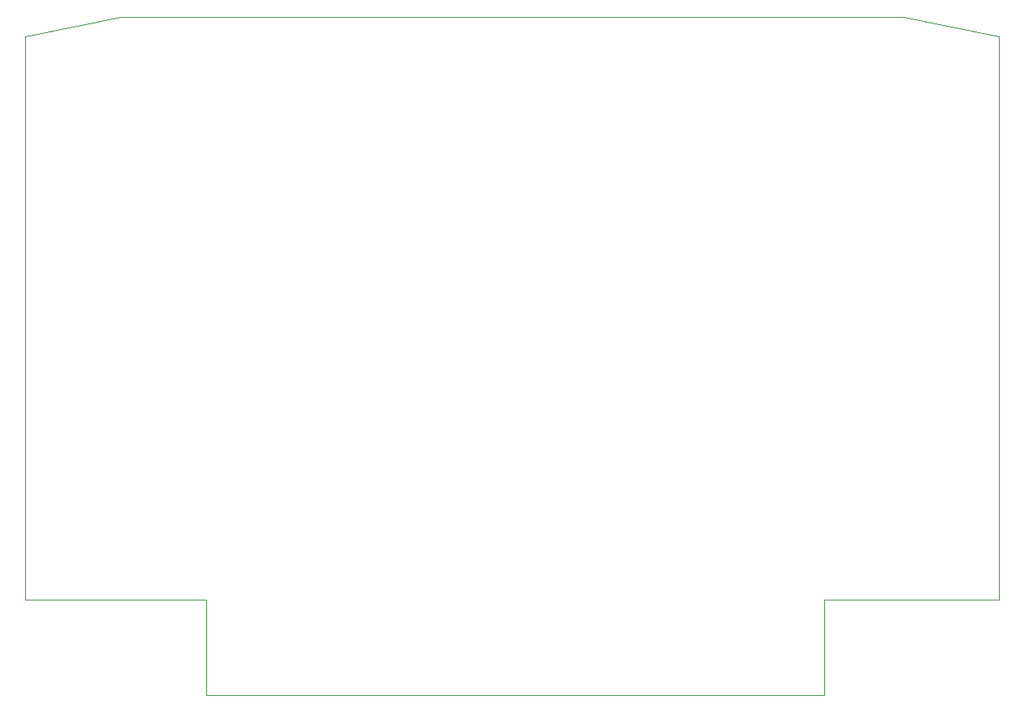
<source format=gbr>
%TF.GenerationSoftware,KiCad,Pcbnew,(6.0.2)*%
%TF.CreationDate,2022-10-23T12:11:52-05:00*%
%TF.ProjectId,REF1329_Optimized,52454631-3332-4395-9f4f-7074696d697a,rev?*%
%TF.SameCoordinates,Original*%
%TF.FileFunction,Profile,NP*%
%FSLAX46Y46*%
G04 Gerber Fmt 4.6, Leading zero omitted, Abs format (unit mm)*
G04 Created by KiCad (PCBNEW (6.0.2)) date 2022-10-23 12:11:52*
%MOMM*%
%LPD*%
G01*
G04 APERTURE LIST*
%TA.AperFunction,Profile*%
%ADD10C,0.002000*%
%TD*%
%TA.AperFunction,Profile*%
%ADD11C,0.100000*%
%TD*%
G04 APERTURE END LIST*
D10*
X97960000Y-125555000D02*
X97960200Y-66556000D01*
D11*
X107960000Y-64556000D02*
X97960200Y-66556000D01*
D10*
X116908000Y-135555700D02*
X116910000Y-125552000D01*
X107960000Y-64555700D02*
X189960000Y-64555700D01*
X199960000Y-66556000D02*
X199960200Y-125555000D01*
X116910000Y-125552000D02*
X97960000Y-125555000D01*
X181595000Y-125555000D02*
X199960200Y-125555000D01*
X181600000Y-135555700D02*
X116908000Y-135555700D01*
D11*
X189960000Y-64555700D02*
X199960000Y-66556000D01*
D10*
X181600000Y-135555700D02*
X181595000Y-125556000D01*
M02*

</source>
